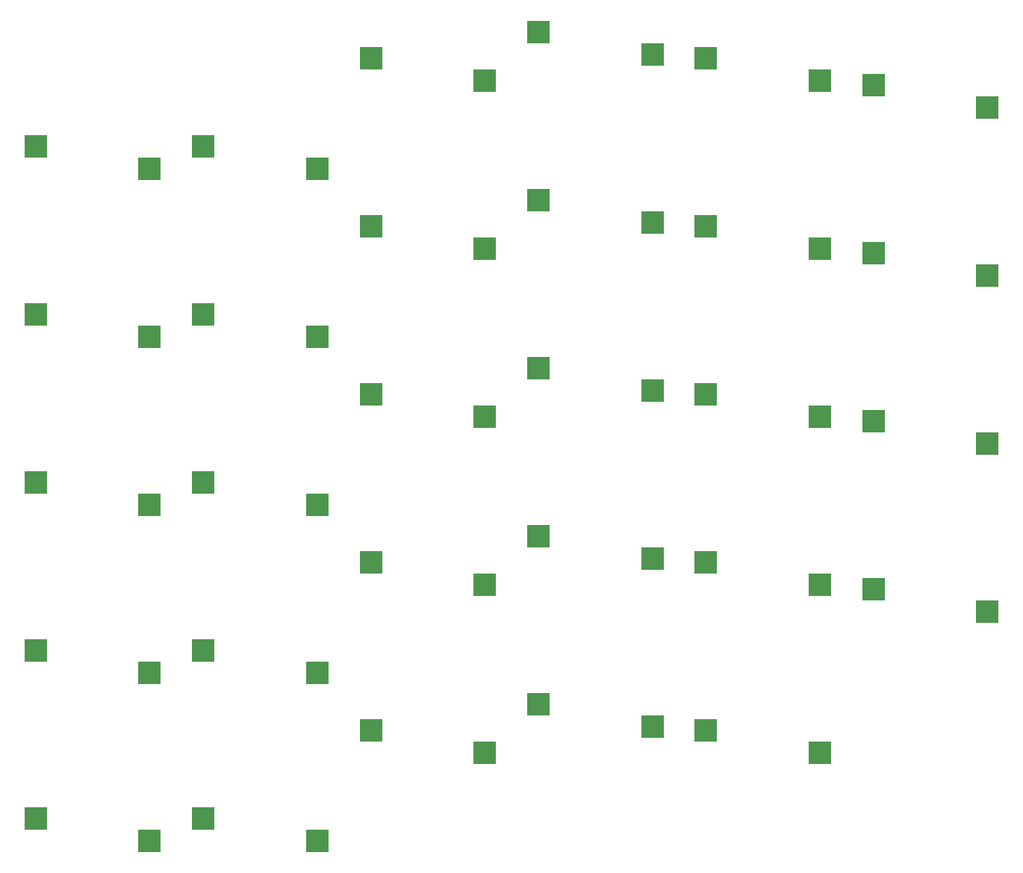
<source format=gbr>
%TF.GenerationSoftware,KiCad,Pcbnew,7.0.2*%
%TF.CreationDate,2023-04-26T23:00:13+02:00*%
%TF.ProjectId,phoenix-no-controller,70686f65-6e69-4782-9d6e-6f2d636f6e74,v1.0.0*%
%TF.SameCoordinates,Original*%
%TF.FileFunction,Paste,Top*%
%TF.FilePolarity,Positive*%
%FSLAX46Y46*%
G04 Gerber Fmt 4.6, Leading zero omitted, Abs format (unit mm)*
G04 Created by KiCad (PCBNEW 7.0.2) date 2023-04-26 23:00:13*
%MOMM*%
%LPD*%
G01*
G04 APERTURE LIST*
%ADD10R,2.550000X2.500000*%
G04 APERTURE END LIST*
D10*
%TO.C,S28*%
X229665500Y-109344810D03*
X242592500Y-111884810D03*
%TD*%
%TO.C,S21*%
X210665500Y-144444810D03*
X223592500Y-146984810D03*
%TD*%
%TO.C,S24*%
X210665500Y-87294810D03*
X223592500Y-89834810D03*
%TD*%
%TO.C,S11*%
X172665500Y-144444810D03*
X185592500Y-146984810D03*
%TD*%
%TO.C,S15*%
X191665500Y-160494810D03*
X204592500Y-163034810D03*
%TD*%
%TO.C,S12*%
X172665500Y-125394810D03*
X185592500Y-127934810D03*
%TD*%
%TO.C,S4*%
X134665500Y-97294810D03*
X147592500Y-99834810D03*
%TD*%
%TO.C,S6*%
X153665500Y-154444810D03*
X166592500Y-156984810D03*
%TD*%
%TO.C,S10*%
X172665500Y-163494810D03*
X185592500Y-166034810D03*
%TD*%
%TO.C,S20*%
X210665500Y-163494810D03*
X223592500Y-166034810D03*
%TD*%
%TO.C,S27*%
X229665500Y-128394810D03*
X242592500Y-130934810D03*
%TD*%
%TO.C,S17*%
X191665500Y-122394810D03*
X204592500Y-124934810D03*
%TD*%
%TO.C,S29*%
X229665500Y-90294810D03*
X242592500Y-92834810D03*
%TD*%
%TO.C,S3*%
X134665500Y-116344810D03*
X147592500Y-118884810D03*
%TD*%
%TO.C,S1*%
X134665500Y-154444810D03*
X147592500Y-156984810D03*
%TD*%
%TO.C,S13*%
X172665500Y-106344810D03*
X185592500Y-108884810D03*
%TD*%
%TO.C,S22*%
X210665500Y-125394810D03*
X223592500Y-127934810D03*
%TD*%
%TO.C,S7*%
X153665500Y-135394810D03*
X166592500Y-137934810D03*
%TD*%
%TO.C,S23*%
X210665500Y-106344810D03*
X223592500Y-108884810D03*
%TD*%
%TO.C,S16*%
X191665500Y-141444810D03*
X204592500Y-143984810D03*
%TD*%
%TO.C,S19*%
X191665500Y-84294810D03*
X204592500Y-86834810D03*
%TD*%
%TO.C,S14*%
X172665500Y-87294810D03*
X185592500Y-89834810D03*
%TD*%
%TO.C,S2*%
X134665500Y-135394810D03*
X147592500Y-137934810D03*
%TD*%
%TO.C,S8*%
X153665500Y-116344810D03*
X166592500Y-118884810D03*
%TD*%
%TO.C,S26*%
X229665500Y-147444810D03*
X242592500Y-149984810D03*
%TD*%
%TO.C,S5*%
X153665500Y-173494810D03*
X166592500Y-176034810D03*
%TD*%
%TO.C,S9*%
X153665500Y-97294810D03*
X166592500Y-99834810D03*
%TD*%
%TO.C,S18*%
X191665500Y-103344810D03*
X204592500Y-105884810D03*
%TD*%
%TO.C,S1*%
X134666000Y-173500000D03*
X147593000Y-176040000D03*
%TD*%
M02*

</source>
